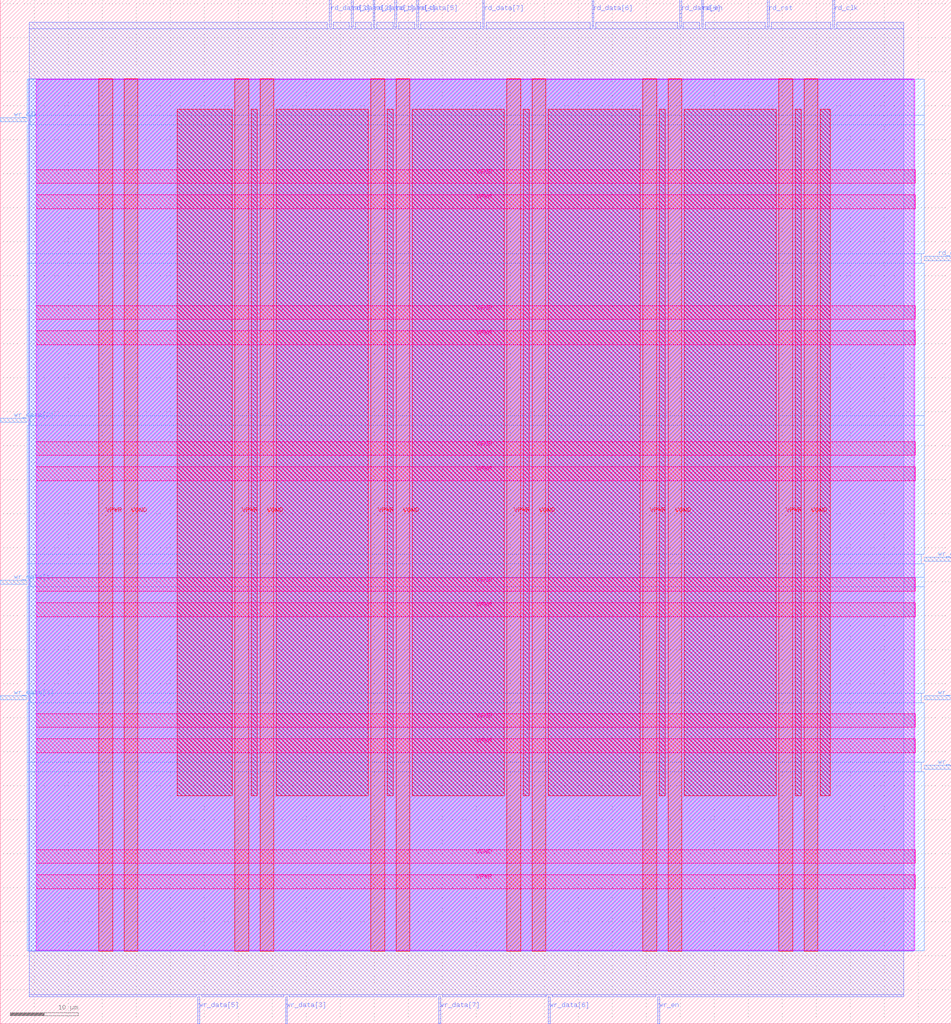
<source format=lef>
VERSION 5.7 ;
  NOWIREEXTENSIONATPIN ON ;
  DIVIDERCHAR "/" ;
  BUSBITCHARS "[]" ;
MACRO async_fifo
  CLASS BLOCK ;
  FOREIGN async_fifo ;
  ORIGIN 0.000 0.000 ;
  SIZE 139.855 BY 150.575 ;
  PIN VGND
    DIRECTION INOUT ;
    USE GROUND ;
    PORT
      LAYER met4 ;
        RECT 18.220 10.640 20.220 138.960 ;
    END
    PORT
      LAYER met4 ;
        RECT 38.220 10.640 40.220 138.960 ;
    END
    PORT
      LAYER met4 ;
        RECT 58.220 10.640 60.220 138.960 ;
    END
    PORT
      LAYER met4 ;
        RECT 78.220 10.640 80.220 138.960 ;
    END
    PORT
      LAYER met4 ;
        RECT 98.220 10.640 100.220 138.960 ;
    END
    PORT
      LAYER met4 ;
        RECT 118.220 10.640 120.220 138.960 ;
    END
    PORT
      LAYER met5 ;
        RECT 5.280 23.580 134.560 25.580 ;
    END
    PORT
      LAYER met5 ;
        RECT 5.280 43.580 134.560 45.580 ;
    END
    PORT
      LAYER met5 ;
        RECT 5.280 63.580 134.560 65.580 ;
    END
    PORT
      LAYER met5 ;
        RECT 5.280 83.580 134.560 85.580 ;
    END
    PORT
      LAYER met5 ;
        RECT 5.280 103.580 134.560 105.580 ;
    END
    PORT
      LAYER met5 ;
        RECT 5.280 123.580 134.560 125.580 ;
    END
  END VGND
  PIN VPWR
    DIRECTION INOUT ;
    USE POWER ;
    PORT
      LAYER met4 ;
        RECT 14.520 10.640 16.520 138.960 ;
    END
    PORT
      LAYER met4 ;
        RECT 34.520 10.640 36.520 138.960 ;
    END
    PORT
      LAYER met4 ;
        RECT 54.520 10.640 56.520 138.960 ;
    END
    PORT
      LAYER met4 ;
        RECT 74.520 10.640 76.520 138.960 ;
    END
    PORT
      LAYER met4 ;
        RECT 94.520 10.640 96.520 138.960 ;
    END
    PORT
      LAYER met4 ;
        RECT 114.520 10.640 116.520 138.960 ;
    END
    PORT
      LAYER met5 ;
        RECT 5.280 19.880 134.560 21.880 ;
    END
    PORT
      LAYER met5 ;
        RECT 5.280 39.880 134.560 41.880 ;
    END
    PORT
      LAYER met5 ;
        RECT 5.280 59.880 134.560 61.880 ;
    END
    PORT
      LAYER met5 ;
        RECT 5.280 79.880 134.560 81.880 ;
    END
    PORT
      LAYER met5 ;
        RECT 5.280 99.880 134.560 101.880 ;
    END
    PORT
      LAYER met5 ;
        RECT 5.280 119.880 134.560 121.880 ;
    END
  END VPWR
  PIN rd_clk
    DIRECTION INPUT ;
    USE SIGNAL ;
    ANTENNAGATEAREA 0.852000 ;
    PORT
      LAYER met2 ;
        RECT 122.450 146.575 122.730 150.575 ;
    END
  END rd_clk
  PIN rd_data[0]
    DIRECTION OUTPUT ;
    USE SIGNAL ;
    ANTENNADIFFAREA 0.340600 ;
    PORT
      LAYER met2 ;
        RECT 99.910 146.575 100.190 150.575 ;
    END
  END rd_data[0]
  PIN rd_data[1]
    DIRECTION OUTPUT ;
    USE SIGNAL ;
    ANTENNADIFFAREA 0.340600 ;
    PORT
      LAYER met2 ;
        RECT 54.830 146.575 55.110 150.575 ;
    END
  END rd_data[1]
  PIN rd_data[2]
    DIRECTION OUTPUT ;
    USE SIGNAL ;
    ANTENNADIFFAREA 0.340600 ;
    PORT
      LAYER met2 ;
        RECT 51.610 146.575 51.890 150.575 ;
    END
  END rd_data[2]
  PIN rd_data[3]
    DIRECTION OUTPUT ;
    USE SIGNAL ;
    ANTENNADIFFAREA 0.340600 ;
    PORT
      LAYER met2 ;
        RECT 48.390 146.575 48.670 150.575 ;
    END
  END rd_data[3]
  PIN rd_data[4]
    DIRECTION OUTPUT ;
    USE SIGNAL ;
    ANTENNADIFFAREA 0.340600 ;
    PORT
      LAYER met2 ;
        RECT 58.050 146.575 58.330 150.575 ;
    END
  END rd_data[4]
  PIN rd_data[5]
    DIRECTION OUTPUT ;
    USE SIGNAL ;
    ANTENNADIFFAREA 0.340600 ;
    PORT
      LAYER met2 ;
        RECT 61.270 146.575 61.550 150.575 ;
    END
  END rd_data[5]
  PIN rd_data[6]
    DIRECTION OUTPUT ;
    USE SIGNAL ;
    ANTENNADIFFAREA 0.340600 ;
    PORT
      LAYER met2 ;
        RECT 87.030 146.575 87.310 150.575 ;
    END
  END rd_data[6]
  PIN rd_data[7]
    DIRECTION OUTPUT ;
    USE SIGNAL ;
    ANTENNADIFFAREA 0.340600 ;
    PORT
      LAYER met2 ;
        RECT 70.930 146.575 71.210 150.575 ;
    END
  END rd_data[7]
  PIN rd_empty
    DIRECTION OUTPUT ;
    USE SIGNAL ;
    ANTENNADIFFAREA 0.340600 ;
    PORT
      LAYER met3 ;
        RECT 135.855 112.240 139.855 112.840 ;
    END
  END rd_empty
  PIN rd_en
    DIRECTION INPUT ;
    USE SIGNAL ;
    ANTENNAGATEAREA 0.126000 ;
    PORT
      LAYER met2 ;
        RECT 103.130 146.575 103.410 150.575 ;
    END
  END rd_en
  PIN rd_rst
    DIRECTION INPUT ;
    USE SIGNAL ;
    ANTENNAGATEAREA 0.213000 ;
    PORT
      LAYER met2 ;
        RECT 112.790 146.575 113.070 150.575 ;
    END
  END rd_rst
  PIN wr_clk
    DIRECTION INPUT ;
    USE SIGNAL ;
    ANTENNAGATEAREA 0.852000 ;
    PORT
      LAYER met3 ;
        RECT 0.000 132.640 4.000 133.240 ;
    END
  END wr_clk
  PIN wr_data[0]
    DIRECTION INPUT ;
    USE SIGNAL ;
    ANTENNAGATEAREA 0.126000 ;
    ANTENNADIFFAREA 0.434700 ;
    PORT
      LAYER met3 ;
        RECT 135.855 68.040 139.855 68.640 ;
    END
  END wr_data[0]
  PIN wr_data[1]
    DIRECTION INPUT ;
    USE SIGNAL ;
    ANTENNAGATEAREA 0.126000 ;
    PORT
      LAYER met3 ;
        RECT 0.000 64.640 4.000 65.240 ;
    END
  END wr_data[1]
  PIN wr_data[2]
    DIRECTION INPUT ;
    USE SIGNAL ;
    ANTENNAGATEAREA 0.126000 ;
    PORT
      LAYER met3 ;
        RECT 0.000 88.440 4.000 89.040 ;
    END
  END wr_data[2]
  PIN wr_data[3]
    DIRECTION INPUT ;
    USE SIGNAL ;
    ANTENNAGATEAREA 0.126000 ;
    PORT
      LAYER met2 ;
        RECT 41.950 0.000 42.230 4.000 ;
    END
  END wr_data[3]
  PIN wr_data[4]
    DIRECTION INPUT ;
    USE SIGNAL ;
    ANTENNAGATEAREA 0.126000 ;
    PORT
      LAYER met3 ;
        RECT 0.000 47.640 4.000 48.240 ;
    END
  END wr_data[4]
  PIN wr_data[5]
    DIRECTION INPUT ;
    USE SIGNAL ;
    ANTENNAGATEAREA 0.126000 ;
    PORT
      LAYER met2 ;
        RECT 29.070 0.000 29.350 4.000 ;
    END
  END wr_data[5]
  PIN wr_data[6]
    DIRECTION INPUT ;
    USE SIGNAL ;
    ANTENNAGATEAREA 0.126000 ;
    PORT
      LAYER met2 ;
        RECT 80.590 0.000 80.870 4.000 ;
    END
  END wr_data[6]
  PIN wr_data[7]
    DIRECTION INPUT ;
    USE SIGNAL ;
    ANTENNAGATEAREA 0.126000 ;
    PORT
      LAYER met2 ;
        RECT 64.490 0.000 64.770 4.000 ;
    END
  END wr_data[7]
  PIN wr_en
    DIRECTION INPUT ;
    USE SIGNAL ;
    ANTENNAGATEAREA 0.213000 ;
    PORT
      LAYER met2 ;
        RECT 96.690 0.000 96.970 4.000 ;
    END
  END wr_en
  PIN wr_full
    DIRECTION OUTPUT ;
    USE SIGNAL ;
    ANTENNADIFFAREA 0.340600 ;
    PORT
      LAYER met3 ;
        RECT 135.855 37.440 139.855 38.040 ;
    END
  END wr_full
  PIN wr_rst
    DIRECTION INPUT ;
    USE SIGNAL ;
    ANTENNAGATEAREA 0.196500 ;
    PORT
      LAYER met3 ;
        RECT 135.855 47.640 139.855 48.240 ;
    END
  END wr_rst
  OBS
      LAYER nwell ;
        RECT 5.330 10.795 134.510 138.910 ;
      LAYER li1 ;
        RECT 5.520 10.795 134.320 138.805 ;
      LAYER met1 ;
        RECT 4.210 10.640 134.320 138.960 ;
      LAYER met2 ;
        RECT 4.230 146.295 48.110 147.290 ;
        RECT 48.950 146.295 51.330 147.290 ;
        RECT 52.170 146.295 54.550 147.290 ;
        RECT 55.390 146.295 57.770 147.290 ;
        RECT 58.610 146.295 60.990 147.290 ;
        RECT 61.830 146.295 70.650 147.290 ;
        RECT 71.490 146.295 86.750 147.290 ;
        RECT 87.590 146.295 99.630 147.290 ;
        RECT 100.470 146.295 102.850 147.290 ;
        RECT 103.690 146.295 112.510 147.290 ;
        RECT 113.350 146.295 122.170 147.290 ;
        RECT 123.010 146.295 132.850 147.290 ;
        RECT 4.230 4.280 132.850 146.295 ;
        RECT 4.230 4.000 28.790 4.280 ;
        RECT 29.630 4.000 41.670 4.280 ;
        RECT 42.510 4.000 64.210 4.280 ;
        RECT 65.050 4.000 80.310 4.280 ;
        RECT 81.150 4.000 96.410 4.280 ;
        RECT 97.250 4.000 132.850 4.280 ;
      LAYER met3 ;
        RECT 3.990 133.640 135.855 138.885 ;
        RECT 4.400 132.240 135.855 133.640 ;
        RECT 3.990 113.240 135.855 132.240 ;
        RECT 3.990 111.840 135.455 113.240 ;
        RECT 3.990 89.440 135.855 111.840 ;
        RECT 4.400 88.040 135.855 89.440 ;
        RECT 3.990 69.040 135.855 88.040 ;
        RECT 3.990 67.640 135.455 69.040 ;
        RECT 3.990 65.640 135.855 67.640 ;
        RECT 4.400 64.240 135.855 65.640 ;
        RECT 3.990 48.640 135.855 64.240 ;
        RECT 4.400 47.240 135.455 48.640 ;
        RECT 3.990 38.440 135.855 47.240 ;
        RECT 3.990 37.040 135.455 38.440 ;
        RECT 3.990 10.715 135.855 37.040 ;
      LAYER met4 ;
        RECT 26.055 33.495 34.120 134.465 ;
        RECT 36.920 33.495 37.820 134.465 ;
        RECT 40.620 33.495 54.120 134.465 ;
        RECT 56.920 33.495 57.820 134.465 ;
        RECT 60.620 33.495 74.120 134.465 ;
        RECT 76.920 33.495 77.820 134.465 ;
        RECT 80.620 33.495 94.120 134.465 ;
        RECT 96.920 33.495 97.820 134.465 ;
        RECT 100.620 33.495 114.120 134.465 ;
        RECT 116.920 33.495 117.820 134.465 ;
        RECT 120.620 33.495 122.065 134.465 ;
  END
END async_fifo
END LIBRARY


</source>
